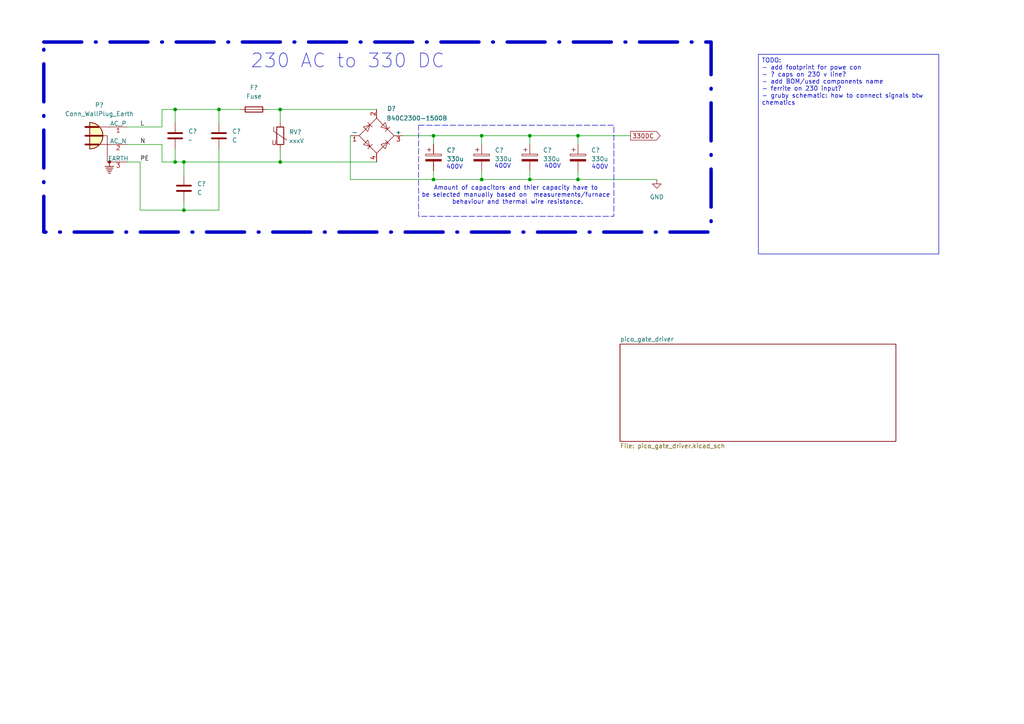
<source format=kicad_sch>
(kicad_sch (version 20231120) (generator "eeschema") (generator_version "8.0")
  (paper "A4")
  (lib_symbols
    (symbol "Connector:Conn_WallPlug_Earth" (pin_names (offset 0))
      (property "Reference" "P" (at 0 3.81 0))
      (property "Value" "Conn_WallPlug_Earth" (at -5.08 0 90))
      (symbol "Conn_WallPlug_Earth_0_1"
        (arc (start -3.175 -3.81) (mid 0.6184 0) (end -3.175 3.81) (stroke (width 0.254)) (fill (type background)))
        (polyline (pts (xy -4.445 -2.54) (xy -0.635 -2.54)) (stroke (width 0.508)))
        (polyline (pts (xy -4.445 0) (xy 0.508 0)) (stroke (width 0.508)))
        (polyline (pts (xy -4.445 2.54) (xy -0.635 2.54)) (stroke (width 0.508)))
        (polyline (pts (xy -3.175 -3.81) (xy -3.175 3.81)) (stroke (width 0.254)))
        (polyline (pts (xy -0.635 -2.54) (xy 2.54 -2.54)))
        (polyline (pts (xy -0.635 2.54) (xy 2.54 2.54)))
        (polyline (pts (xy 1.524 -9.398) (xy 3.556 -9.398)) (stroke (width 0.2032)))
        (polyline (pts (xy 1.778 -9.906) (xy 3.302 -9.906)) (stroke (width 0.2032)))
        (polyline (pts (xy 2.032 -10.414) (xy 3.048 -10.414)) (stroke (width 0.2032)))
        (polyline (pts (xy 2.286 -10.922) (xy 2.794 -10.922)) (stroke (width 0.2032)))
        (polyline (pts (xy 2.54 -7.62) (xy 2.54 -8.89)) (stroke (width 0.2032)))
        (polyline (pts (xy 3.81 -8.89) (xy 1.27 -8.89)) (stroke (width 0.2032)))
        (polyline (pts (xy 2.54 -7.62) (xy 1.905 -7.62) (xy 1.905 0) (xy -4.445 0)))
        (circle (center 2.54 -7.62) (radius 0.3556) (fill (type outline)))
      )
      (symbol "Conn_WallPlug_Earth_1_1"
        (pin power_out line (at 7.62 2.54 180) (length 5.08) (name "AC_P") (number "1"))
        (pin power_out line (at 7.62 -2.54 180) (length 5.08) (name "AC_N") (number "2"))
        (pin passive line (at 7.62 -7.62 180) (length 5.08) (name "EARTH") (number "3"))
      )
    )
    (symbol "Device:C" (pin_numbers hide) (pin_names (offset 0.254))
      (property "Reference" "C" (at 0.635 2.54 0))
      (property "Value" "C" (at 0.635 -2.54 0))
      (symbol "C_0_1"
        (polyline (pts (xy -2.032 -0.762) (xy 2.032 -0.762)) (stroke (width 0.508)))
        (polyline (pts (xy -2.032 0.762) (xy 2.032 0.762)) (stroke (width 0.508)))
      )
      (symbol "C_1_1"
        (pin passive line (at 0 3.81 270) (length 2.794) (name "~") (number "1"))
        (pin passive line (at 0 -3.81 90) (length 2.794) (name "~") (number "2"))
      )
    )
    (symbol "Device:C_Polarized" (pin_numbers hide) (pin_names (offset 0.254))
      (property "Reference" "C" (at 0.635 2.54 0))
      (property "Value" "C_Polarized" (at 0.635 -2.54 0))
      (symbol "C_Polarized_0_1"
        (rectangle (start -2.286 0.508) (end 2.286 1.016))
        (polyline (pts (xy -1.778 2.286) (xy -0.762 2.286)))
        (polyline (pts (xy -1.27 2.794) (xy -1.27 1.778)))
        (rectangle (start 2.286 -0.508) (end -2.286 -1.016) (fill (type outline)))
      )
      (symbol "C_Polarized_1_1"
        (pin passive line (at 0 3.81 270) (length 2.794) (name "~") (number "1"))
        (pin passive line (at 0 -3.81 90) (length 2.794) (name "~") (number "2"))
      )
    )
    (symbol "Device:Fuse" (pin_numbers hide) (pin_names (offset 0))
      (property "Reference" "F" (at 2.032 0 90))
      (property "Value" "Fuse" (at -1.905 0 90))
      (symbol "Fuse_0_1"
        (rectangle (start -0.762 -2.54) (end 0.762 2.54) (stroke (width 0.254)))
        (polyline (pts (xy 0 2.54) (xy 0 -2.54)))
      )
      (symbol "Fuse_1_1"
        (pin passive line (at 0 3.81 270) (length 1.27) (name "~") (number "1"))
        (pin passive line (at 0 -3.81 90) (length 1.27) (name "~") (number "2"))
      )
    )
    (symbol "Device:Varistor" (pin_numbers hide) (pin_names (offset 0))
      (property "Reference" "RV" (at 3.175 0 90))
      (property "Value" "Varistor" (at -3.175 0 90))
      (symbol "Varistor_0_0"
        (text "U" (at -1.778 -2.032 0) (effects (font (size 1.27 1.27))))
      )
      (symbol "Varistor_0_1"
        (rectangle (start -1.016 -2.54) (end 1.016 2.54) (stroke (width 0.254)))
        (polyline (pts (xy -1.905 2.54) (xy -1.905 1.27) (xy 1.905 -1.27)))
      )
      (symbol "Varistor_1_1"
        (pin passive line (at 0 3.81 270) (length 1.27) (name "~") (number "1"))
        (pin passive line (at 0 -3.81 90) (length 1.27) (name "~") (number "2"))
      )
    )
    (symbol "Diode_Bridge:B40C2300-1500B" (pin_names (offset 0))
      (property "Reference" "D" (at 2.54 6.985 0))
      (property "Value" "B40C2300-1500B" (at 2.54 5.08 0))
      (symbol "B40C2300-1500B_0_1"
        (polyline (pts (xy -2.54 3.81) (xy -1.27 2.54)))
        (polyline (pts (xy -1.27 -2.54) (xy -2.54 -3.81)))
        (polyline (pts (xy 2.54 -1.27) (xy 3.81 -2.54)))
        (polyline (pts (xy 2.54 1.27) (xy 3.81 2.54)))
        (polyline (pts (xy -3.81 2.54) (xy -2.54 1.27) (xy -1.905 3.175) (xy -3.81 2.54)))
        (polyline (pts (xy -2.54 -1.27) (xy -3.81 -2.54) (xy -1.905 -3.175) (xy -2.54 -1.27)))
        (polyline (pts (xy 1.27 2.54) (xy 2.54 3.81) (xy 3.175 1.905) (xy 1.27 2.54)))
        (polyline (pts (xy 3.175 -1.905) (xy 1.27 -2.54) (xy 2.54 -3.81) (xy 3.175 -1.905)))
        (polyline (pts (xy -5.08 0) (xy 0 -5.08) (xy 5.08 0) (xy 0 5.08) (xy -5.08 0)))
      )
      (symbol "B40C2300-1500B_1_1"
        (pin passive line (at -7.62 0 0) (length 2.54) (name "-") (number "1"))
        (pin passive line (at 0 7.62 270) (length 2.54) (name "~") (number "2"))
        (pin passive line (at 7.62 0 180) (length 2.54) (name "+") (number "3"))
        (pin passive line (at 0 -7.62 90) (length 2.54) (name "~") (number "4"))
      )
    )
    (symbol "power:GND" (power) (pin_names (offset 0))
      (property "Value" "GND" (at 0 -3.81 0))
      (symbol "GND_0_1"
        (polyline (pts (xy 0 0) (xy 0 -1.27) (xy 1.27 -1.27) (xy 0 -2.54) (xy -1.27 -1.27) (xy 0 -1.27)))
      )
      (symbol "GND_1_1"
        (pin power_in line (at 0 0 270) (length 0) hide (name "GND") (number "1"))
      )
    )
  )
  (junction (at 53.34 46.99))
  (junction (at 153.67 52.07))
  (junction (at 139.7 52.07))
  (junction (at 167.64 39.37))
  (junction (at 125.73 39.37))
  (junction (at 63.5 31.75))
  (junction (at 139.7 39.37))
  (junction (at 53.34 60.96))
  (junction (at 81.28 46.99))
  (junction (at 50.8 46.99))
  (junction (at 153.67 39.37))
  (junction (at 50.8 31.75))
  (junction (at 125.73 52.07))
  (junction (at 81.28 31.75))
  (junction (at 167.64 52.07))
  (wire (pts (xy 36.83 46.99) (xy 40.64 46.99)))
  (wire (pts (xy 53.34 46.99) (xy 81.28 46.99)))
  (wire (pts (xy 36.83 36.83) (xy 46.99 36.83)))
  (wire (pts (xy 50.8 31.75) (xy 50.8 35.56)))
  (wire (pts (xy 153.67 39.37) (xy 167.64 39.37)))
  (wire (pts (xy 167.64 39.37) (xy 182.88 39.37)))
  (wire (pts (xy 153.67 39.37) (xy 153.67 41.91)))
  (wire (pts (xy 167.64 49.53) (xy 167.64 52.07)))
  (wire (pts (xy 63.5 31.75) (xy 69.85 31.75)))
  (wire (pts (xy 50.8 31.75) (xy 63.5 31.75)))
  (wire (pts (xy 36.83 41.91) (xy 46.99 41.91)))
  (wire (pts (xy 153.67 49.53) (xy 153.67 52.07)))
  (wire (pts (xy 81.28 31.75) (xy 81.28 35.56)))
  (wire (pts (xy 167.64 52.07) (xy 190.5 52.07)))
  (wire (pts (xy 139.7 52.07) (xy 153.67 52.07)))
  (wire (pts (xy 50.8 43.18) (xy 50.8 46.99)))
  (wire (pts (xy 53.34 60.96) (xy 63.5 60.96)))
  (wire (pts (xy 46.99 46.99) (xy 50.8 46.99)))
  (wire (pts (xy 125.73 52.07) (xy 139.7 52.07)))
  (wire (pts (xy 53.34 46.99) (xy 53.34 50.8)))
  (wire (pts (xy 139.7 49.53) (xy 139.7 52.07)))
  (wire (pts (xy 125.73 39.37) (xy 139.7 39.37)))
  (wire (pts (xy 139.7 39.37) (xy 139.7 41.91)))
  (wire (pts (xy 53.34 58.42) (xy 53.34 60.96)))
  (wire (pts (xy 101.6 52.07) (xy 125.73 52.07)))
  (wire (pts (xy 63.5 31.75) (xy 63.5 35.56)))
  (wire (pts (xy 81.28 43.18) (xy 81.28 46.99)))
  (wire (pts (xy 125.73 39.37) (xy 125.73 41.91)))
  (wire (pts (xy 77.47 31.75) (xy 81.28 31.75)))
  (wire (pts (xy 153.67 52.07) (xy 167.64 52.07)))
  (wire (pts (xy 167.64 39.37) (xy 167.64 41.91)))
  (wire (pts (xy 40.64 46.99) (xy 40.64 60.96)))
  (wire (pts (xy 46.99 36.83) (xy 46.99 31.75)))
  (wire (pts (xy 50.8 46.99) (xy 53.34 46.99)))
  (wire (pts (xy 46.99 31.75) (xy 50.8 31.75)))
  (wire (pts (xy 116.84 39.37) (xy 125.73 39.37)))
  (wire (pts (xy 40.64 60.96) (xy 53.34 60.96)))
  (wire (pts (xy 63.5 43.18) (xy 63.5 60.96)))
  (wire (pts (xy 81.28 31.75) (xy 109.22 31.75)))
  (wire (pts (xy 125.73 49.53) (xy 125.73 52.07)))
  (wire (pts (xy 46.99 41.91) (xy 46.99 46.99)))
  (wire (pts (xy 81.28 46.99) (xy 109.22 46.99)))
  (wire (pts (xy 139.7 39.37) (xy 153.67 39.37)))
  (wire (pts (xy 101.6 39.37) (xy 101.6 52.07)))
  (rectangle (start 121.412 36.322) (end 178.054 62.738) (stroke (width 0) (type dash)))
  (rectangle (start 12.7 12.192) (end 206.248 67.31) (stroke (width 1) (type dash_dot)))
  (text_box "TODO: \n- add footprint for powe con\n- ? caps on 230 v line?\n- add BOM/used components name\n- ferrite on 230 input?\n- gruby schematic: how to connect signals btw chematics" (at 219.964 15.748 0) (size 52.324 57.912) (effects (font (size 1.27 1.27)) (justify left top)))
  (text "400V\n" (at 145.796 48.26 0) (effects (font (size 1.27 1.27))))
  (text "400V\n" (at 160.274 48.26 0) (effects (font (size 1.27 1.27))))
  (text "230 AC to 330 DC" (at 100.838 17.78 0) (effects (font (size 4 4))))
  (text "400V\n" (at 173.99 48.514 0) (effects (font (size 1.27 1.27))))
  (text "Amount of capacitors and thier capacity have to \nbe selected manually based on  measurements/furnace \nbehaviour and thermal wire resistance.\n" (at 150.114 56.642 0) (effects (font (size 1.27 1.27))))
  (text "400V\n" (at 131.826 48.514 0) (effects (font (size 1.27 1.27))))
  (label "PE" (at 40.64 46.99 0))
  (label "N" (at 40.64 41.91 0))
  (label "L" (at 40.64 36.83 0))
  (global_label "330DC" (shape output) (at 182.88 39.37 0) (property "Intersheetrefs" "${INTERSHEET_REFS}" (effects (hide yes))))
  (symbol (lib_id "Connector:Conn_WallPlug_Earth") (at 29.21 39.37 0) (unit 1)
    (property "Reference" "P?" (at 28.8163 30.48 0))
    (property "Value" "Conn_WallPlug_Earth" (at 28.8163 33.02 0))
    (property "Description" "3-pin general wall plug, with Earth wire (110VAC, 220VAC)" (effects (hide yes)))
  )
  (symbol (lib_id "Device:C_Polarized") (at 153.67 45.72 0) (unit 1)
    (property "Reference" "C?" (at 157.48 43.5609 0) (effects (justify left)))
    (property "Value" "330u" (at 157.48 46.1009 0) (effects (justify left)))
    (property "Description" "Polarized capacitor" (effects (hide yes)))
  )
  (symbol (lib_id "Device:Varistor") (at 81.28 39.37 0) (unit 1)
    (property "Reference" "RV?" (at 83.82 38.2932 0) (effects (justify left)))
    (property "Value" "xxxV" (at 83.82 40.8332 0) (effects (justify left)))
    (property "Description" "Voltage dependent resistor" (effects (hide yes)))
    (property "Sim.Name" "kicad_builtin_varistor" (effects (hide yes)))
    (property "Sim.Device" "SUBCKT" (effects (hide yes)))
    (property "Sim.Pins" "1=A 2=B" (effects (hide yes)))
    (property "Sim.Params" "threshold=1k" (effects (hide yes)))
    (property "Sim.Library" "${KICAD7_SYMBOL_DIR}/Simulation_SPICE.sp" (effects (hide yes)))
  )
  (symbol (lib_id "Diode_Bridge:B40C2300-1500B") (at 109.22 39.37 0) (unit 1)
    (property "Reference" "D?" (at 113.538 31.496 0))
    (property "Value" "B40C2300-1500B" (at 120.904 34.29 0))
    (property "Footprint" "Diode_THT:Diode_Bridge_19.0x3.5x10.0mm_P5.0mm" (effects (hide yes)))
    (property "Datasheet" "https://diotec.com/tl_files/diotec/files/pdf/datasheets/b40c2300.pdf" (effects (hide yes)))
    (property "Description" "Silicon Bridge Rectifier, 40V Vrms, 1.5A If, pins=-A+A, SIL-package" (effects (hide yes)))
  )
  (symbol (lib_id "Device:C") (at 50.8 39.37 0) (unit 1)
    (property "Reference" "C?" (at 54.61 38.0999 0) (effects (justify left)))
    (property "Value" "~" (at 54.61 40.6399 0) (effects (justify left)))
    (property "Description" "Unpolarized capacitor" (effects (hide yes)))
  )
  (symbol (lib_id "Device:C") (at 63.5 39.37 0) (unit 1)
    (property "Reference" "C?" (at 67.31 38.0999 0) (effects (justify left)))
    (property "Value" "C" (at 67.31 40.6399 0) (effects (justify left)))
    (property "Description" "Unpolarized capacitor" (effects (hide yes)))
  )
  (symbol (lib_id "Device:C") (at 53.34 54.61 0) (unit 1)
    (property "Reference" "C?" (at 57.15 53.3399 0) (effects (justify left)))
    (property "Value" "C" (at 57.15 55.8799 0) (effects (justify left)))
    (property "Description" "Unpolarized capacitor" (effects (hide yes)))
  )
  (symbol (lib_id "Device:Fuse") (at 73.66 31.75 270) (unit 1)
    (property "Reference" "F?" (at 73.66 25.4 90))
    (property "Value" "Fuse" (at 73.66 27.94 90))
    (property "Description" "Fuse" (effects (hide yes)))
  )
  (symbol (lib_id "Device:C_Polarized") (at 167.64 45.72 0) (unit 1)
    (property "Reference" "C?" (at 171.45 43.5609 0) (effects (justify left)))
    (property "Value" "330u" (at 171.45 46.1009 0) (effects (justify left)))
    (property "Description" "Polarized capacitor" (effects (hide yes)))
  )
  (symbol (lib_id "power:GND") (at 190.5 52.07 0) (unit 1)
    (property "Reference" "#PWR01" (effects (hide yes)))
    (property "Value" "GND" (at 190.5 57.15 0))
    (property "Description" "Power symbol creates a global label with name \"GND\" , ground" (effects (hide yes)))
  )
  (symbol (lib_id "Device:C_Polarized") (at 125.73 45.72 0) (unit 1)
    (property "Reference" "C?" (at 129.54 43.5609 0) (effects (justify left)))
    (property "Value" "330u" (at 129.54 46.1009 0) (effects (justify left)))
    (property "Description" "Polarized capacitor" (effects (hide yes)))
  )
  (symbol (lib_id "Device:C_Polarized") (at 139.7 45.72 0) (unit 1)
    (property "Reference" "C?" (at 143.51 43.5609 0) (effects (justify left)))
    (property "Value" "330u" (at 143.51 46.1009 0) (effects (justify left)))
    (property "Description" "Polarized capacitor" (effects (hide yes)))
  )
  (sheet (at 179.832 99.822) (size 80.01 28.194) (stroke (width 0.1524))
    (property "Sheetname" "pico_gate_driver" (at 179.832 99.1104 0) (effects (justify left bottom)))
    (property "Sheetfile" "pico_gate_driver.kicad_sch" (at 179.832 128.6006 0) (effects (justify left top)))
  )
)
</source>
